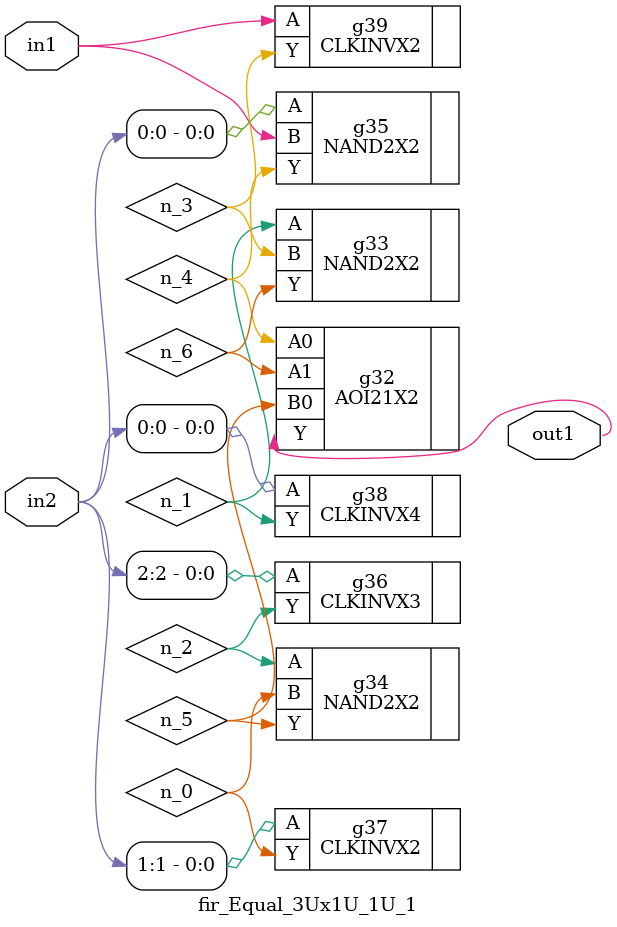
<source format=v>
`timescale 1ps / 1ps


module fir_Equal_3Ux1U_1U_1(in2, in1, out1);
  input [2:0] in2;
  input in1;
  output out1;
  wire [2:0] in2;
  wire in1;
  wire out1;
  wire n_0, n_1, n_2, n_3, n_4, n_5, n_6;
  AOI21X2 g32(.A0 (n_4), .A1 (n_6), .B0 (n_5), .Y (out1));
  NAND2X2 g33(.A (n_1), .B (n_3), .Y (n_6));
  NAND2X2 g34(.A (n_2), .B (n_0), .Y (n_5));
  NAND2X2 g35(.A (in2[0]), .B (in1), .Y (n_4));
  CLKINVX2 g39(.A (in1), .Y (n_3));
  CLKINVX3 g36(.A (in2[2]), .Y (n_2));
  CLKINVX4 g38(.A (in2[0]), .Y (n_1));
  CLKINVX2 g37(.A (in2[1]), .Y (n_0));
endmodule



</source>
